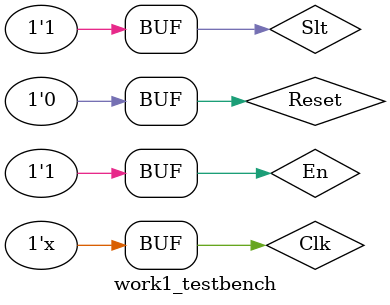
<source format=v>
`timescale 1ns / 1ps


module work1_testbench;

	// Inputs
	reg Clk;
	reg Reset;
	reg Slt;
	reg En;

	// Outputs
	wire [63:0] Output0;
	wire [63:0] Output1;

	// Instantiate the Unit Under Test (UUT)
	code uut (
		.Clk(Clk), 
		.Reset(Reset), 
		.Slt(Slt), 
		.En(En), 
		.Output0(Output0), 
		.Output1(Output1)
	);

	initial begin
		// Initialize Inputs
		Clk = 0;
		Reset = 1;
		Slt = 0;
		En = 0;
		
		#10
		Reset = 0;
		En = 1;
		Slt = 1;
	end

	always #5 Clk = ~Clk;
      
endmodule



</source>
